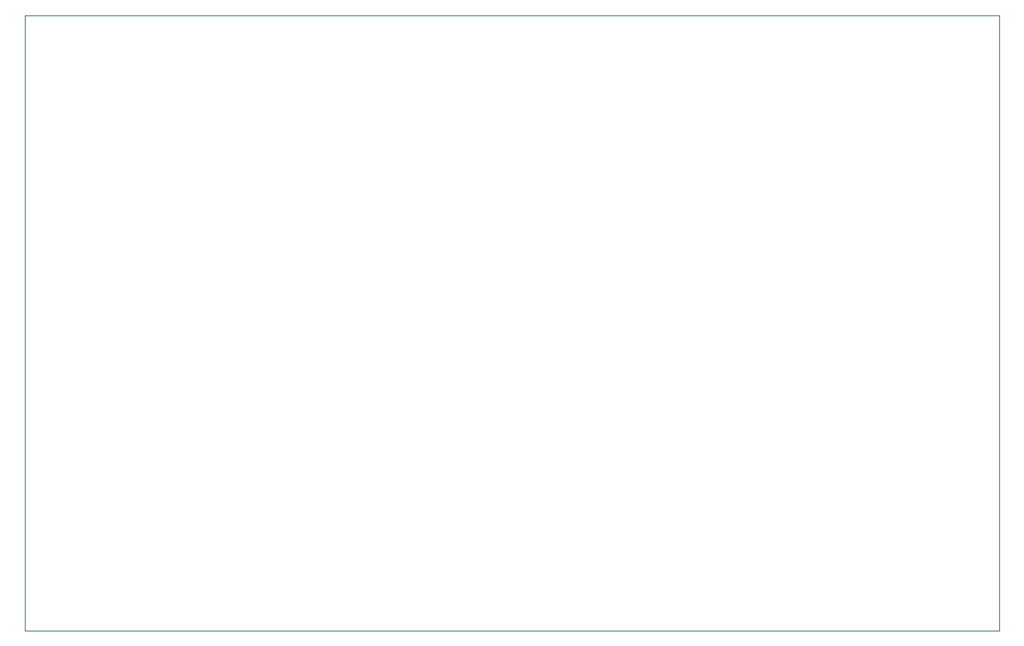
<source format=gbr>
G04 #@! TF.GenerationSoftware,KiCad,Pcbnew,(5.1.4)-1*
G04 #@! TF.CreationDate,2020-12-21T11:31:01-05:00*
G04 #@! TF.ProjectId,buzzybox,62757a7a-7962-46f7-982e-6b696361645f,rev?*
G04 #@! TF.SameCoordinates,Original*
G04 #@! TF.FileFunction,Profile,NP*
%FSLAX46Y46*%
G04 Gerber Fmt 4.6, Leading zero omitted, Abs format (unit mm)*
G04 Created by KiCad (PCBNEW (5.1.4)-1) date 2020-12-21 11:31:01*
%MOMM*%
%LPD*%
G04 APERTURE LIST*
%ADD10C,0.050000*%
G04 APERTURE END LIST*
D10*
X160060000Y-110490000D02*
X160060000Y-49530000D01*
X63500000Y-110490000D02*
X160060000Y-110490000D01*
X63540000Y-49530000D02*
X63500000Y-110490000D01*
X160060000Y-49530000D02*
X63540000Y-49530000D01*
M02*

</source>
